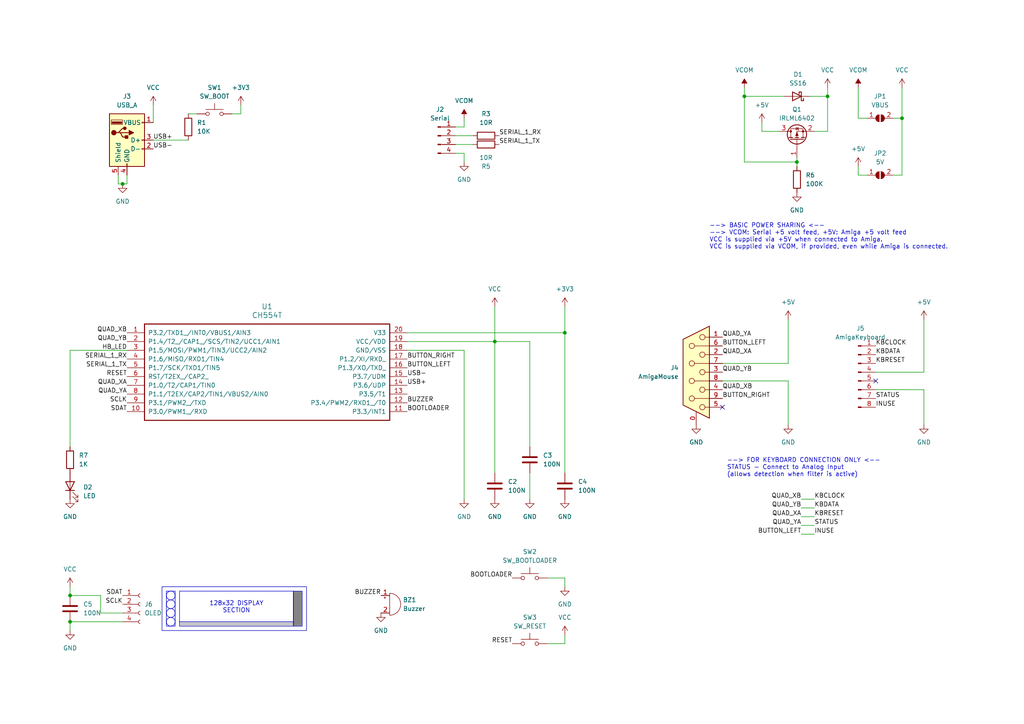
<source format=kicad_sch>
(kicad_sch (version 20230121) (generator eeschema)
  (paper "A4")
  (title_block (title "USB Mouse + Keyboard Adapter For Amiga") (date "2025-10-09") (rev "1"))
  (lib_symbols
    (symbol "Connector:Conn_01x04_Pin" (pin_names (offset 1.016) hide)
      (property "Reference" "J" (at 0 5.08 0))
      (property "Value" "Conn_01x04_Pin" (at 0 -7.62 0))
      (symbol "Conn_01x04_Pin_1_1"
        (polyline (pts (xy 1.27 -5.08) (xy 0.8636 -5.08)) (stroke (width 0.1524)))
        (polyline (pts (xy 1.27 -2.54) (xy 0.8636 -2.54)) (stroke (width 0.1524)))
        (polyline (pts (xy 1.27 0) (xy 0.8636 0)) (stroke (width 0.1524)))
        (polyline (pts (xy 1.27 2.54) (xy 0.8636 2.54)) (stroke (width 0.1524)))
        (rectangle (start 0.8636 -4.953) (end 0 -5.207) (stroke (width 0.1524)) (fill (type outline)))
        (rectangle (start 0.8636 -2.413) (end 0 -2.667) (stroke (width 0.1524)) (fill (type outline)))
        (rectangle (start 0.8636 0.127) (end 0 -0.127) (stroke (width 0.1524)) (fill (type outline)))
        (rectangle (start 0.8636 2.667) (end 0 2.413) (stroke (width 0.1524)) (fill (type outline)))
        (pin passive line (at 5.08 2.54 180) (length 3.81) (name "Pin_1") (number "1"))
        (pin passive line (at 5.08 0 180) (length 3.81) (name "Pin_2") (number "2"))
        (pin passive line (at 5.08 -2.54 180) (length 3.81) (name "Pin_3") (number "3"))
        (pin passive line (at 5.08 -5.08 180) (length 3.81) (name "Pin_4") (number "4"))
      )
    )
    (symbol "Connector:Conn_01x04_Socket" (pin_names (offset 1.016) hide)
      (property "Reference" "J" (at 0 5.08 0))
      (property "Value" "Conn_01x04_Socket" (at 0 -7.62 0))
      (symbol "Conn_01x04_Socket_1_1"
        (arc (start 0 -4.572) (mid -0.5058 -5.08) (end 0 -5.588) (stroke (width 0.1524)))
        (arc (start 0 -2.032) (mid -0.5058 -2.54) (end 0 -3.048) (stroke (width 0.1524)))
        (polyline (pts (xy -1.27 -5.08) (xy -0.508 -5.08)) (stroke (width 0.1524)))
        (polyline (pts (xy -1.27 -2.54) (xy -0.508 -2.54)) (stroke (width 0.1524)))
        (polyline (pts (xy -1.27 0) (xy -0.508 0)) (stroke (width 0.1524)))
        (polyline (pts (xy -1.27 2.54) (xy -0.508 2.54)) (stroke (width 0.1524)))
        (arc (start 0 0.508) (mid -0.5058 0) (end 0 -0.508) (stroke (width 0.1524)))
        (arc (start 0 3.048) (mid -0.5058 2.54) (end 0 2.032) (stroke (width 0.1524)))
        (pin passive line (at -5.08 2.54 0) (length 3.81) (name "Pin_1") (number "1"))
        (pin passive line (at -5.08 0 0) (length 3.81) (name "Pin_2") (number "2"))
        (pin passive line (at -5.08 -2.54 0) (length 3.81) (name "Pin_3") (number "3"))
        (pin passive line (at -5.08 -5.08 0) (length 3.81) (name "Pin_4") (number "4"))
      )
    )
    (symbol "Connector:Conn_01x08_Pin" (pin_names (offset 1.016) hide)
      (property "Reference" "J" (at 0 10.16 0))
      (property "Value" "Conn_01x08_Pin" (at 0 -12.7 0))
      (symbol "Conn_01x08_Pin_1_1"
        (polyline (pts (xy 1.27 -10.16) (xy 0.8636 -10.16)) (stroke (width 0.1524)))
        (polyline (pts (xy 1.27 -7.62) (xy 0.8636 -7.62)) (stroke (width 0.1524)))
        (polyline (pts (xy 1.27 -5.08) (xy 0.8636 -5.08)) (stroke (width 0.1524)))
        (polyline (pts (xy 1.27 -2.54) (xy 0.8636 -2.54)) (stroke (width 0.1524)))
        (polyline (pts (xy 1.27 0) (xy 0.8636 0)) (stroke (width 0.1524)))
        (polyline (pts (xy 1.27 2.54) (xy 0.8636 2.54)) (stroke (width 0.1524)))
        (polyline (pts (xy 1.27 5.08) (xy 0.8636 5.08)) (stroke (width 0.1524)))
        (polyline (pts (xy 1.27 7.62) (xy 0.8636 7.62)) (stroke (width 0.1524)))
        (rectangle (start 0.8636 -10.033) (end 0 -10.287) (stroke (width 0.1524)) (fill (type outline)))
        (rectangle (start 0.8636 -7.493) (end 0 -7.747) (stroke (width 0.1524)) (fill (type outline)))
        (rectangle (start 0.8636 -4.953) (end 0 -5.207) (stroke (width 0.1524)) (fill (type outline)))
        (rectangle (start 0.8636 -2.413) (end 0 -2.667) (stroke (width 0.1524)) (fill (type outline)))
        (rectangle (start 0.8636 0.127) (end 0 -0.127) (stroke (width 0.1524)) (fill (type outline)))
        (rectangle (start 0.8636 2.667) (end 0 2.413) (stroke (width 0.1524)) (fill (type outline)))
        (rectangle (start 0.8636 5.207) (end 0 4.953) (stroke (width 0.1524)) (fill (type outline)))
        (rectangle (start 0.8636 7.747) (end 0 7.493) (stroke (width 0.1524)) (fill (type outline)))
        (pin passive line (at 5.08 7.62 180) (length 3.81) (name "Pin_1") (number "1"))
        (pin passive line (at 5.08 5.08 180) (length 3.81) (name "Pin_2") (number "2"))
        (pin passive line (at 5.08 2.54 180) (length 3.81) (name "Pin_3") (number "3"))
        (pin passive line (at 5.08 0 180) (length 3.81) (name "Pin_4") (number "4"))
        (pin passive line (at 5.08 -2.54 180) (length 3.81) (name "Pin_5") (number "5"))
        (pin passive line (at 5.08 -5.08 180) (length 3.81) (name "Pin_6") (number "6"))
        (pin passive line (at 5.08 -7.62 180) (length 3.81) (name "Pin_7") (number "7"))
        (pin passive line (at 5.08 -10.16 180) (length 3.81) (name "Pin_8") (number "8"))
      )
    )
    (symbol "Connector:DE9_Receptacle_MountingHoles" (pin_names (offset 1.016) hide)
      (property "Reference" "J" (at 0 16.51 0))
      (property "Value" "DE9_Receptacle_MountingHoles" (at 0 14.605 0))
      (symbol "DE9_Receptacle_MountingHoles_0_1"
        (circle (center -1.778 -10.16) (radius 0.762))
        (circle (center -1.778 -5.08) (radius 0.762))
        (circle (center -1.778 0) (radius 0.762))
        (circle (center -1.778 5.08) (radius 0.762))
        (circle (center -1.778 10.16) (radius 0.762))
        (polyline (pts (xy -3.81 -10.16) (xy -2.54 -10.16)))
        (polyline (pts (xy -3.81 -7.62) (xy 0.508 -7.62)))
        (polyline (pts (xy -3.81 -5.08) (xy -2.54 -5.08)))
        (polyline (pts (xy -3.81 -2.54) (xy 0.508 -2.54)))
        (polyline (pts (xy -3.81 0) (xy -2.54 0)))
        (polyline (pts (xy -3.81 2.54) (xy 0.508 2.54)))
        (polyline (pts (xy -3.81 5.08) (xy -2.54 5.08)))
        (polyline (pts (xy -3.81 7.62) (xy 0.508 7.62)))
        (polyline (pts (xy -3.81 10.16) (xy -2.54 10.16)))
        (polyline (pts (xy -3.81 13.335) (xy -3.81 -13.335) (xy 3.81 -9.525) (xy 3.81 9.525) (xy -3.81 13.335)) (stroke (width 0.254)) (fill (type background)))
        (circle (center 1.27 -7.62) (radius 0.762))
        (circle (center 1.27 -2.54) (radius 0.762))
        (circle (center 1.27 2.54) (radius 0.762))
        (circle (center 1.27 7.62) (radius 0.762))
      )
      (symbol "DE9_Receptacle_MountingHoles_1_1"
        (pin passive line (at 0 -15.24 90) (length 3.81) (name "PAD") (number "0"))
        (pin passive line (at -7.62 10.16 0) (length 3.81) (name "1") (number "1"))
        (pin passive line (at -7.62 5.08 0) (length 3.81) (name "2") (number "2"))
        (pin passive line (at -7.62 0 0) (length 3.81) (name "3") (number "3"))
        (pin passive line (at -7.62 -5.08 0) (length 3.81) (name "4") (number "4"))
        (pin passive line (at -7.62 -10.16 0) (length 3.81) (name "5") (number "5"))
        (pin passive line (at -7.62 7.62 0) (length 3.81) (name "6") (number "6"))
        (pin passive line (at -7.62 2.54 0) (length 3.81) (name "7") (number "7"))
        (pin passive line (at -7.62 -2.54 0) (length 3.81) (name "8") (number "8"))
        (pin passive line (at -7.62 -7.62 0) (length 3.81) (name "9") (number "9"))
      )
    )
    (symbol "Connector:USB_A" (pin_names (offset 1.016))
      (property "Reference" "J" (at -5.08 11.43 0))
      (property "Value" "USB_A" (at -5.08 8.89 0))
      (symbol "USB_A_0_1"
        (rectangle (start -5.08 -7.62) (end 5.08 7.62) (stroke (width 0.254)) (fill (type background)))
        (circle (center -3.81 2.159) (radius 0.635) (stroke (width 0.254)) (fill (type outline)))
        (rectangle (start -1.524 4.826) (end -4.318 5.334) (fill (type outline)))
        (rectangle (start -1.27 4.572) (end -4.572 5.842))
        (circle (center -0.635 3.429) (radius 0.381) (stroke (width 0.254)) (fill (type outline)))
        (rectangle (start -0.127 -7.62) (end 0.127 -6.858))
        (polyline (pts (xy -3.175 2.159) (xy -2.54 2.159) (xy -1.27 3.429) (xy -0.635 3.429)) (stroke (width 0.254)))
        (polyline (pts (xy -2.54 2.159) (xy -1.905 2.159) (xy -1.27 0.889) (xy 0 0.889)) (stroke (width 0.254)))
        (polyline (pts (xy 0.635 2.794) (xy 0.635 1.524) (xy 1.905 2.159) (xy 0.635 2.794)) (stroke (width 0.254)) (fill (type outline)))
        (rectangle (start 0.254 1.27) (end -0.508 0.508) (stroke (width 0.254)) (fill (type outline)))
        (rectangle (start 5.08 -2.667) (end 4.318 -2.413))
        (rectangle (start 5.08 -0.127) (end 4.318 0.127))
        (rectangle (start 5.08 4.953) (end 4.318 5.207))
      )
      (symbol "USB_A_1_1"
        (polyline (pts (xy -1.905 2.159) (xy 0.635 2.159)) (stroke (width 0.254)))
        (pin power_in line (at 7.62 5.08 180) (length 2.54) (name "VBUS") (number "1"))
        (pin bidirectional line (at 7.62 -2.54 180) (length 2.54) (name "D-") (number "2"))
        (pin bidirectional line (at 7.62 0 180) (length 2.54) (name "D+") (number "3"))
        (pin power_in line (at 0 -10.16 90) (length 2.54) (name "GND") (number "4"))
        (pin passive line (at -2.54 -10.16 90) (length 2.54) (name "Shield") (number "5"))
      )
    )
    (symbol "Device:Buzzer" (pin_names (offset 0.0254) hide)
      (property "Reference" "BZ" (at 3.81 1.27 0))
      (property "Value" "Buzzer" (at 3.81 -1.27 0))
      (symbol "Buzzer_0_1"
        (arc (start 0 -3.175) (mid 3.1612 0) (end 0 3.175))
        (polyline (pts (xy -1.651 1.905) (xy -1.143 1.905)))
        (polyline (pts (xy -1.397 2.159) (xy -1.397 1.651)))
        (polyline (pts (xy 0 3.175) (xy 0 -3.175)))
      )
      (symbol "Buzzer_1_1"
        (pin passive line (at -2.54 2.54 0) (length 2.54) (name "-") (number "1"))
        (pin passive line (at -2.54 -2.54 0) (length 2.54) (name "+") (number "2"))
      )
    )
    (symbol "Device:C" (pin_numbers hide) (pin_names (offset 0.254))
      (property "Reference" "C" (at 0.635 2.54 0))
      (property "Value" "C" (at 0.635 -2.54 0))
      (symbol "C_0_1"
        (polyline (pts (xy -2.032 -0.762) (xy 2.032 -0.762)) (stroke (width 0.508)))
        (polyline (pts (xy -2.032 0.762) (xy 2.032 0.762)) (stroke (width 0.508)))
      )
      (symbol "C_1_1"
        (pin passive line (at 0 3.81 270) (length 2.794) (name "~") (number "1"))
        (pin passive line (at 0 -3.81 90) (length 2.794) (name "~") (number "2"))
      )
    )
    (symbol "Device:D_Schottky" (pin_numbers hide) (pin_names (offset 1.016) hide)
      (property "Reference" "D" (at 0 2.54 0))
      (property "Value" "D_Schottky" (at 0 -2.54 0))
      (symbol "D_Schottky_0_1"
        (polyline (pts (xy 1.27 0) (xy -1.27 0)))
        (polyline (pts (xy 1.27 1.27) (xy 1.27 -1.27) (xy -1.27 0) (xy 1.27 1.27)) (stroke (width 0.254)))
        (polyline (pts (xy -1.905 0.635) (xy -1.905 1.27) (xy -1.27 1.27) (xy -1.27 -1.27) (xy -0.635 -1.27) (xy -0.635 -0.635)) (stroke (width 0.254)))
      )
      (symbol "D_Schottky_1_1"
        (pin passive line (at -3.81 0 0) (length 2.54) (name "K") (number "1"))
        (pin passive line (at 3.81 0 180) (length 2.54) (name "A") (number "2"))
      )
    )
    (symbol "Device:LED" (pin_numbers hide) (pin_names (offset 1.016) hide)
      (property "Reference" "D" (at 0 2.54 0))
      (property "Value" "LED" (at 0 -2.54 0))
      (symbol "LED_0_1"
        (polyline (pts (xy -1.27 -1.27) (xy -1.27 1.27)) (stroke (width 0.254)))
        (polyline (pts (xy -1.27 0) (xy 1.27 0)))
        (polyline (pts (xy 1.27 -1.27) (xy 1.27 1.27) (xy -1.27 0) (xy 1.27 -1.27)) (stroke (width 0.254)))
        (polyline (pts (xy -3.048 -0.762) (xy -4.572 -2.286) (xy -3.81 -2.286) (xy -4.572 -2.286) (xy -4.572 -1.524)))
        (polyline (pts (xy -1.778 -0.762) (xy -3.302 -2.286) (xy -2.54 -2.286) (xy -3.302 -2.286) (xy -3.302 -1.524)))
      )
      (symbol "LED_1_1"
        (pin passive line (at -3.81 0 0) (length 2.54) (name "K") (number "1"))
        (pin passive line (at 3.81 0 180) (length 2.54) (name "A") (number "2"))
      )
    )
    (symbol "Device:R" (pin_numbers hide) (pin_names (offset 0))
      (property "Reference" "R" (at 2.032 0 90))
      (property "Value" "R" (at 0 0 90))
      (symbol "R_0_1"
        (rectangle (start -1.016 -2.54) (end 1.016 2.54) (stroke (width 0.254)))
      )
      (symbol "R_1_1"
        (pin passive line (at 0 3.81 270) (length 1.27) (name "~") (number "1"))
        (pin passive line (at 0 -3.81 90) (length 1.27) (name "~") (number "2"))
      )
    )
    (symbol "Jumper:SolderJumper_2_Open" (pin_names (offset 0) hide)
      (property "Reference" "JP" (at 0 2.032 0))
      (property "Value" "SolderJumper_2_Open" (at 0 -2.54 0))
      (symbol "SolderJumper_2_Open_0_1"
        (arc (start -0.254 1.016) (mid -1.2656 0) (end -0.254 -1.016))
        (arc (start -0.254 1.016) (mid -1.2656 0) (end -0.254 -1.016) (fill (type outline)))
        (polyline (pts (xy -0.254 1.016) (xy -0.254 -1.016)))
        (polyline (pts (xy 0.254 1.016) (xy 0.254 -1.016)))
        (arc (start 0.254 -1.016) (mid 1.2656 0) (end 0.254 1.016))
        (arc (start 0.254 -1.016) (mid 1.2656 0) (end 0.254 1.016) (fill (type outline)))
      )
      (symbol "SolderJumper_2_Open_1_1"
        (pin passive line (at -3.81 0 0) (length 2.54) (name "A") (number "1"))
        (pin passive line (at 3.81 0 180) (length 2.54) (name "B") (number "2"))
      )
    )
    (symbol "Switch:SW_Push" (pin_numbers hide) (pin_names (offset 1.016) hide)
      (property "Reference" "SW" (at 1.27 2.54 0))
      (property "Value" "SW_Push" (at 0 -1.524 0))
      (symbol "SW_Push_0_1"
        (circle (center -2.032 0) (radius 0.508))
        (polyline (pts (xy 0 1.27) (xy 0 3.048)))
        (polyline (pts (xy 2.54 1.27) (xy -2.54 1.27)))
        (circle (center 2.032 0) (radius 0.508))
        (pin passive line (at -5.08 0 0) (length 2.54) (name "1") (number "1"))
        (pin passive line (at 5.08 0 180) (length 2.54) (name "2") (number "2"))
      )
    )
    (symbol "Transistor_FET:IRLML6402" (pin_names hide)
      (property "Reference" "Q" (at 5.08 1.905 0))
      (property "Value" "IRLML6402" (at 5.08 0 0))
      (symbol "IRLML6402_0_1"
        (polyline (pts (xy 0.254 0) (xy -2.54 0)))
        (polyline (pts (xy 0.254 1.905) (xy 0.254 -1.905)) (stroke (width 0.254)))
        (polyline (pts (xy 0.762 -1.27) (xy 0.762 -2.286)) (stroke (width 0.254)))
        (polyline (pts (xy 0.762 0.508) (xy 0.762 -0.508)) (stroke (width 0.254)))
        (polyline (pts (xy 0.762 2.286) (xy 0.762 1.27)) (stroke (width 0.254)))
        (polyline (pts (xy 2.54 2.54) (xy 2.54 1.778)))
        (polyline (pts (xy 2.54 -2.54) (xy 2.54 0) (xy 0.762 0)))
        (polyline (pts (xy 0.762 1.778) (xy 3.302 1.778) (xy 3.302 -1.778) (xy 0.762 -1.778)))
        (polyline (pts (xy 2.286 0) (xy 1.27 0.381) (xy 1.27 -0.381) (xy 2.286 0)) (fill (type outline)))
        (polyline (pts (xy 2.794 -0.508) (xy 2.921 -0.381) (xy 3.683 -0.381) (xy 3.81 -0.254)))
        (polyline (pts (xy 3.302 -0.381) (xy 2.921 0.254) (xy 3.683 0.254) (xy 3.302 -0.381)))
        (circle (center 1.651 0) (radius 2.794) (stroke (width 0.254)))
        (circle (center 2.54 -1.778) (radius 0.254) (fill (type outline)))
        (circle (center 2.54 1.778) (radius 0.254) (fill (type outline)))
      )
      (symbol "IRLML6402_1_1"
        (pin input line (at -5.08 0 0) (length 2.54) (name "G") (number "1"))
        (pin passive line (at 2.54 -5.08 90) (length 2.54) (name "S") (number "2"))
        (pin passive line (at 2.54 5.08 270) (length 2.54) (name "D") (number "3"))
      )
    )
    (symbol "power:+3V3" (power) (pin_names (offset 0))
      (property "Value" "+3V3" (at 0 3.556 0))
      (symbol "+3V3_0_1"
        (polyline (pts (xy -0.762 1.27) (xy 0 2.54)))
        (polyline (pts (xy 0 0) (xy 0 2.54)))
        (polyline (pts (xy 0 2.54) (xy 0.762 1.27)))
      )
      (symbol "+3V3_1_1"
        (pin power_in line (at 0 0 90) (length 0) hide (name "+3V3") (number "1"))
      )
    )
    (symbol "power:+5V" (power) (pin_names (offset 0))
      (property "Value" "+5V" (at 0 3.556 0))
      (symbol "+5V_0_1"
        (polyline (pts (xy -0.762 1.27) (xy 0 2.54)))
        (polyline (pts (xy 0 0) (xy 0 2.54)))
        (polyline (pts (xy 0 2.54) (xy 0.762 1.27)))
      )
      (symbol "+5V_1_1"
        (pin power_in line (at 0 0 90) (length 0) hide (name "+5V") (number "1"))
      )
    )
    (symbol "power:GND" (power) (pin_names (offset 0))
      (property "Value" "GND" (at 0 -3.81 0))
      (symbol "GND_0_1"
        (polyline (pts (xy 0 0) (xy 0 -1.27) (xy 1.27 -1.27) (xy 0 -2.54) (xy -1.27 -1.27) (xy 0 -1.27)))
      )
      (symbol "GND_1_1"
        (pin power_in line (at 0 0 270) (length 0) hide (name "GND") (number "1"))
      )
    )
    (symbol "power:VCC" (power) (pin_names (offset 0))
      (property "Value" "VCC" (at 0 3.81 0))
      (symbol "VCC_0_1"
        (polyline (pts (xy -0.762 1.27) (xy 0 2.54)))
        (polyline (pts (xy 0 0) (xy 0 2.54)))
        (polyline (pts (xy 0 2.54) (xy 0.762 1.27)))
      )
      (symbol "VCC_1_1"
        (pin power_in line (at 0 0 90) (length 0) hide (name "VCC") (number "1"))
      )
    )
    (symbol "power:VCOM" (power) (pin_names (offset 0))
      (property "Value" "VCOM" (at 0 3.81 0))
      (symbol "VCOM_0_1"
        (polyline (pts (xy 0 0) (xy 0 2.54)))
        (polyline (pts (xy 0.762 1.27) (xy -0.762 1.27) (xy 0 2.54) (xy 0.762 1.27)) (fill (type outline)))
      )
      (symbol "VCOM_1_1"
        (pin power_in line (at 0 0 90) (length 0) hide (name "VCOM") (number "1"))
      )
    )
    (symbol "wch:CH554T" (pin_names (offset 1.016))
      (property "Reference" "U" (at 5.08 6.35 0))
      (property "Value" "CH554T" (at 5.08 3.81 0))
      (symbol "CH554T_1_1"
        (rectangle (start 5.08 2.54) (end 76.2 -25.4) (stroke (width 0.3048)))
        (pin bidirectional line (at 0 0 0) (length 5.08) (name "P3.2/TXD1_/INT0/VBUS1/AIN3") (number "1"))
        (pin bidirectional line (at 0 -22.86 0) (length 5.08) (name "P3.0/PWM1_/RXD") (number "10"))
        (pin bidirectional line (at 81.28 -22.86 180) (length 5.08) (name "P3.3/INT1") (number "11"))
        (pin bidirectional line (at 81.28 -20.32 180) (length 5.08) (name "P3.4/PWM2/RXD1_/T0") (number "12"))
        (pin bidirectional line (at 81.28 -17.78 180) (length 5.08) (name "P3.5/T1") (number "13"))
        (pin bidirectional line (at 81.28 -15.24 180) (length 5.08) (name "P3.6/UDP") (number "14"))
        (pin bidirectional line (at 81.28 -12.7 180) (length 5.08) (name "P3.7/UDM") (number "15"))
        (pin bidirectional line (at 81.28 -10.16 180) (length 5.08) (name "P1.3/XO/TXD_") (number "16"))
        (pin bidirectional line (at 81.28 -7.62 180) (length 5.08) (name "P1.2/XI/RXD_") (number "17"))
        (pin power_in line (at 81.28 -5.08 180) (length 5.08) (name "GND/VSS") (number "18"))
        (pin power_in line (at 81.28 -2.54 180) (length 5.08) (name "VCC/VDD") (number "19"))
        (pin bidirectional line (at 0 -2.54 0) (length 5.08) (name "P1.4/T2_/CAP1_/SCS/TIN2/UCC1/AIN1") (number "2"))
        (pin power_in line (at 81.28 0 180) (length 5.08) (name "V33") (number "20"))
        (pin bidirectional line (at 0 -5.08 0) (length 5.08) (name "P1.5/MOSI/PWM1/TIN3/UCC2/AIN2") (number "3"))
        (pin bidirectional line (at 0 -7.62 0) (length 5.08) (name "P1.6/MISO/RXD1/TIN4") (number "4"))
        (pin bidirectional line (at 0 -10.16 0) (length 5.08) (name "P1.7/SCK/TXD1/TIN5") (number "5"))
        (pin bidirectional line (at 0 -12.7 0) (length 5.08) (name "RST/T2EX_/CAP2_") (number "6"))
        (pin bidirectional line (at 0 -15.24 0) (length 5.08) (name "P1.0/T2/CAP1/TIN0") (number "7"))
        (pin bidirectional line (at 0 -17.78 0) (length 5.08) (name "P1.1/T2EX/CAP2/TIN1/VBUS2/AIN0") (number "8"))
        (pin bidirectional line (at 0 -20.32 0) (length 5.08) (name "P3.1/PWM2_/TXD") (number "9"))
      )
    )
  )
  (junction (at 20.32 172.72))
  (junction (at 231.14 46.99))
  (junction (at 215.9 27.94))
  (junction (at 163.83 96.52))
  (junction (at 20.32 180.34))
  (junction (at 261.62 34.29))
  (junction (at 35.56 53.34))
  (junction (at 240.03 27.94))
  (junction (at 143.51 99.06))
  (no_connect (at 209.55 118.11))
  (no_connect (at 254 110.49))
  (wire (pts (xy 163.83 167.64) (xy 163.83 170.18)))
  (wire (pts (xy 220.98 38.1) (xy 226.06 38.1)))
  (wire (pts (xy 36.83 53.34) (xy 36.83 50.8)))
  (wire (pts (xy 153.67 99.06) (xy 143.51 99.06)))
  (wire (pts (xy 232.41 152.4) (xy 236.22 152.4)))
  (wire (pts (xy 251.46 34.29) (xy 248.92 34.29)))
  (wire (pts (xy 34.29 50.8) (xy 34.29 53.34)))
  (wire (pts (xy 153.67 137.16) (xy 153.67 144.78)))
  (wire (pts (xy 132.08 36.83) (xy 134.62 36.83)))
  (wire (pts (xy 118.11 101.6) (xy 134.62 101.6)))
  (wire (pts (xy 20.32 170.18) (xy 20.32 172.72)))
  (wire (pts (xy 20.32 180.34) (xy 20.32 182.88)))
  (wire (pts (xy 209.55 105.41) (xy 228.6 105.41)))
  (wire (pts (xy 267.97 107.95) (xy 254 107.95)))
  (wire (pts (xy 20.32 101.6) (xy 36.83 101.6)))
  (wire (pts (xy 251.46 50.8) (xy 248.92 50.8)))
  (wire (pts (xy 118.11 96.52) (xy 163.83 96.52)))
  (wire (pts (xy 132.08 41.91) (xy 137.16 41.91)))
  (wire (pts (xy 248.92 50.8) (xy 248.92 48.26)))
  (wire (pts (xy 228.6 92.71) (xy 228.6 105.41)))
  (wire (pts (xy 134.62 144.78) (xy 134.62 101.6)))
  (wire (pts (xy 163.83 137.16) (xy 163.83 96.52)))
  (wire (pts (xy 240.03 27.94) (xy 240.03 25.4)))
  (wire (pts (xy 29.21 177.8) (xy 29.21 172.72)))
  (wire (pts (xy 215.9 46.99) (xy 215.9 27.94)))
  (wire (pts (xy 215.9 27.94) (xy 227.33 27.94)))
  (wire (pts (xy 35.56 177.8) (xy 29.21 177.8)))
  (wire (pts (xy 69.85 33.02) (xy 69.85 30.48)))
  (wire (pts (xy 35.56 53.34) (xy 36.83 53.34)))
  (wire (pts (xy 163.83 186.69) (xy 163.83 184.15)))
  (wire (pts (xy 267.97 123.19) (xy 267.97 113.03)))
  (wire (pts (xy 134.62 44.45) (xy 134.62 46.99)))
  (wire (pts (xy 232.41 144.78) (xy 236.22 144.78)))
  (wire (pts (xy 158.75 167.64) (xy 163.83 167.64)))
  (wire (pts (xy 232.41 149.86) (xy 236.22 149.86)))
  (wire (pts (xy 132.08 44.45) (xy 134.62 44.45)))
  (wire (pts (xy 20.32 180.34) (xy 35.56 180.34)))
  (wire (pts (xy 34.29 53.34) (xy 35.56 53.34)))
  (wire (pts (xy 209.55 110.49) (xy 228.6 110.49)))
  (wire (pts (xy 143.51 137.16) (xy 143.51 99.06)))
  (wire (pts (xy 153.67 99.06) (xy 153.67 129.54)))
  (wire (pts (xy 267.97 113.03) (xy 254 113.03)))
  (wire (pts (xy 215.9 25.4) (xy 215.9 27.94)))
  (wire (pts (xy 267.97 92.71) (xy 267.97 107.95)))
  (wire (pts (xy 259.08 50.8) (xy 261.62 50.8)))
  (wire (pts (xy 143.51 88.9) (xy 143.51 99.06)))
  (wire (pts (xy 134.62 36.83) (xy 134.62 34.29)))
  (wire (pts (xy 44.45 40.64) (xy 54.61 40.64)))
  (wire (pts (xy 234.95 27.94) (xy 240.03 27.94)))
  (wire (pts (xy 220.98 35.56) (xy 220.98 38.1)))
  (wire (pts (xy 261.62 34.29) (xy 261.62 25.4)))
  (wire (pts (xy 232.41 154.94) (xy 236.22 154.94)))
  (wire (pts (xy 240.03 38.1) (xy 240.03 27.94)))
  (wire (pts (xy 236.22 38.1) (xy 240.03 38.1)))
  (wire (pts (xy 29.21 172.72) (xy 20.32 172.72)))
  (wire (pts (xy 231.14 45.72) (xy 231.14 46.99)))
  (wire (pts (xy 20.32 129.54) (xy 20.32 101.6)))
  (wire (pts (xy 54.61 33.02) (xy 57.15 33.02)))
  (wire (pts (xy 232.41 147.32) (xy 236.22 147.32)))
  (wire (pts (xy 231.14 46.99) (xy 215.9 46.99)))
  (wire (pts (xy 44.45 30.48) (xy 44.45 35.56)))
  (wire (pts (xy 158.75 186.69) (xy 163.83 186.69)))
  (wire (pts (xy 259.08 34.29) (xy 261.62 34.29)))
  (wire (pts (xy 228.6 110.49) (xy 228.6 123.19)))
  (wire (pts (xy 231.14 46.99) (xy 231.14 48.26)))
  (wire (pts (xy 67.31 33.02) (xy 69.85 33.02)))
  (wire (pts (xy 261.62 50.8) (xy 261.62 34.29)))
  (wire (pts (xy 248.92 34.29) (xy 248.92 25.4)))
  (wire (pts (xy 163.83 88.9) (xy 163.83 96.52)))
  (wire (pts (xy 132.08 39.37) (xy 137.16 39.37)))
  (wire (pts (xy 118.11 99.06) (xy 143.51 99.06)))
  (rectangle (start 46.99 170.18) (end 88.9 182.88))
  (circle (center 49.53 177.8) (radius 1.27))
  (circle (center 49.53 175.26) (radius 1.27))
  (circle (center 49.53 180.34) (radius 1.27))
  (rectangle (start 85.09 171.45) (end 87.63 181.61) (fill (type color) (color 132 132 132 1)))
  (rectangle (start 48.26 171.45) (end 50.8 181.61))
  (circle (center 49.53 172.72) (radius 1.27))
  (rectangle (start 52.07 180.34) (end 85.09 181.61) (fill (type color) (color 194 194 194 1)))
  (text_box "128x32 DISPLAY\nSECTION" (at 52.07 171.45 0) (size 33.02 8.89) (effects (font (size 1.27 1.27))))
  (text "--> BASIC POWER SHARING <--\n--> VCOM: Serial +5 volt feed, +5V: Amiga +5 volt feed\nVCC is supplied via +5V when connected to Amiga.\nVCC is supplied via VCOM, if provided, even while Amiga is connected." (at 205.74 72.39 0) (effects (font (size 1.27 1.27)) (justify left bottom)))
  (text "--> FOR KEYBOARD CONNECTION ONLY <--\nSTATUS - Connect to Analog Input\n(allows detection when filter is active)" (at 210.82 138.43 0) (effects (font (size 1.27 1.27)) (justify left bottom)))
  (label "QUAD_YA" (at 232.41 152.4 180))
  (label "USB-" (at 44.45 43.18 0))
  (label "KBDATA" (at 254 102.87 0))
  (label "USB+" (at 44.45 40.64 0))
  (label "QUAD_YA" (at 36.83 114.3 180))
  (label "QUAD_YA" (at 209.55 97.79 0))
  (label "SCLK" (at 36.83 116.84 180))
  (label "INUSE" (at 236.22 154.94 0))
  (label "BOOTLOADER" (at 148.59 167.64 180))
  (label "SERIAL_1_RX" (at 144.78 39.37 0))
  (label "QUAD_XB" (at 209.55 113.03 0))
  (label "QUAD_YB" (at 36.83 99.06 180))
  (label "BUZZER" (at 118.11 116.84 0))
  (label "SERIAL_1_TX" (at 36.83 106.68 180))
  (label "QUAD_YB" (at 232.41 147.32 180))
  (label "SCLK" (at 35.56 175.26 180))
  (label "SDAT" (at 35.56 172.72 180))
  (label "QUAD_XB" (at 232.41 144.78 180))
  (label "BUZZER" (at 110.49 172.72 180))
  (label "KBCLOCK" (at 254 100.33 0))
  (label "STATUS" (at 236.22 152.4 0))
  (label "SERIAL_1_RX" (at 36.83 104.14 180))
  (label "RESET" (at 36.83 109.22 180))
  (label "BOOTLOADER" (at 118.11 119.38 0))
  (label "KBDATA" (at 236.22 147.32 0))
  (label "BUTTON_LEFT" (at 232.41 154.94 180))
  (label "STATUS" (at 254 115.57 0))
  (label "HB_LED" (at 36.83 101.6 180))
  (label "KBRESET" (at 236.22 149.86 0))
  (label "USB-" (at 118.11 109.22 0))
  (label "BUTTON_RIGHT" (at 209.55 115.57 0))
  (label "RESET" (at 148.59 186.69 180))
  (label "QUAD_XA" (at 36.83 111.76 180))
  (label "KBRESET" (at 254 105.41 0))
  (label "SERIAL_1_TX" (at 144.78 41.91 0))
  (label "USB+" (at 118.11 111.76 0))
  (label "BUTTON_RIGHT" (at 118.11 104.14 0))
  (label "KBCLOCK" (at 236.22 144.78 0))
  (label "QUAD_XA" (at 209.55 102.87 0))
  (label "BUTTON_LEFT" (at 209.55 100.33 0))
  (label "QUAD_XA" (at 232.41 149.86 180))
  (label "SDAT" (at 36.83 119.38 180))
  (label "QUAD_XB" (at 36.83 96.52 180))
  (label "INUSE" (at 254 118.11 0))
  (label "BUTTON_LEFT" (at 118.11 106.68 0))
  (label "QUAD_YB" (at 209.55 107.95 0))
  (symbol (lib_id "Connector:Conn_01x04_Pin") (at 127 39.37 0) (unit 1)
    (property "Reference" "J2" (at 127.635 31.75 0))
    (property "Value" "Serial" (at 127.635 34.29 0))
    (property "Footprint" "Connector_PinHeader_2.54mm:PinHeader_1x04_P2.54mm_Vertical" (effects hide))
  )
  (symbol (lib_id "Connector:DE9_Receptacle_MountingHoles") (at 201.93 107.95 0) (mirror y) (unit 1)
    (property "Reference" "J4" (at 196.85 106.68 0) (effects (justify left)))
    (property "Value" "AmigaMouse" (at 196.85 109.22 0) (effects (justify left)))
    (property "Footprint" "Connector_Dsub:DSUB-9_Female_EdgeMount_P2.77mm" (effects hide))
    (property "Datasheet" " ~" (effects hide))
  )
  (symbol (lib_id "Device:LED") (at 20.32 140.97 90) (unit 1)
    (property "Reference" "D2" (at 24.13 141.2875 90) (effects (justify right)))
    (property "Value" "LED" (at 24.13 143.8275 90) (effects (justify right)))
    (property "Footprint" "LED_SMD:LED_0805_2012Metric_Pad1.15x1.40mm_HandSolder" (effects hide))
  )
  (symbol (lib_id "power:VCOM") (at 248.92 25.4 0) (unit 1)
    (property "Reference" "#PWR01" (effects hide))
    (property "Value" "VCOM" (at 248.92 20.32 0))
  )
  (symbol (lib_id "Jumper:SolderJumper_2_Open") (at 255.27 34.29 0) (unit 1)
    (property "Reference" "JP1" (at 255.27 27.94 0))
    (property "Value" "VBUS" (at 255.27 30.48 0))
    (property "Footprint" "Jumper:SolderJumper-2_P1.3mm_Open_RoundedPad1.0x1.5mm" (effects hide))
  )
  (symbol (lib_id "power:GND") (at 163.83 170.18 0) (unit 1)
    (property "Reference" "#PWR028" (effects hide))
    (property "Value" "GND" (at 163.83 175.26 0))
  )
  (symbol (lib_id "power:+3V3") (at 69.85 30.48 0) (unit 1)
    (property "Reference" "#PWR06" (effects hide))
    (property "Value" "+3V3" (at 69.85 25.4 0))
  )
  (symbol (lib_id "Device:C") (at 143.51 140.97 0) (unit 1)
    (property "Reference" "C2" (at 147.32 139.7 0) (effects (justify left)))
    (property "Value" "100N" (at 147.32 142.24 0) (effects (justify left)))
    (property "Footprint" "Capacitor_SMD:C_0805_2012Metric_Pad1.18x1.45mm_HandSolder" (effects hide))
  )
  (symbol (lib_id "power:GND") (at 20.32 182.88 0) (unit 1)
    (property "Reference" "#PWR030" (effects hide))
    (property "Value" "GND" (at 20.32 187.96 0))
  )
  (symbol (lib_id "power:+5V") (at 267.97 92.71 0) (unit 1)
    (property "Reference" "#PWR018" (effects hide))
    (property "Value" "+5V" (at 267.97 87.63 0))
  )
  (symbol (lib_id "power:VCC") (at 261.62 25.4 0) (unit 1)
    (property "Reference" "#PWR04" (effects hide))
    (property "Value" "VCC" (at 261.62 20.32 0))
  )
  (symbol (lib_id "Connector:USB_A") (at 36.83 40.64 0) (unit 1)
    (property "Reference" "J3" (at 36.83 27.94 0))
    (property "Value" "USB_A" (at 36.83 30.48 0))
    (property "Footprint" "Connector_USB:USB_A_Molex_67643_Horizontal" (effects hide))
    (property "Datasheet" " ~" (effects hide))
  )
  (symbol (lib_id "power:GND") (at 201.93 123.19 0) (unit 1)
    (property "Reference" "#PWR019" (effects hide))
    (property "Value" "GND" (at 201.93 128.27 0))
  )
  (symbol (lib_id "Device:R") (at 20.32 133.35 0) (unit 1)
    (property "Reference" "R7" (at 22.86 132.08 0) (effects (justify left)))
    (property "Value" "1K" (at 22.86 134.62 0) (effects (justify left)))
    (property "Footprint" "Resistor_SMD:R_0805_2012Metric_Pad1.20x1.40mm_HandSolder" (effects hide))
  )
  (symbol (lib_id "Device:D_Schottky") (at 231.14 27.94 180) (unit 1)
    (property "Reference" "D1" (at 231.4575 21.59 0))
    (property "Value" "SS16" (at 231.4575 24.13 0))
    (property "Footprint" "Diode_SMD:D_SMA" (effects hide))
  )
  (symbol (lib_id "Transistor_FET:IRLML6402") (at 231.14 40.64 90) (unit 1)
    (property "Reference" "Q1" (at 231.14 31.75 90))
    (property "Value" "IRLML6402" (at 231.14 34.29 90))
    (property "Footprint" "Package_TO_SOT_SMD:SOT-23" (effects hide))
    (property "Datasheet" "https://www.infineon.com/dgdl/irlml6402pbf.pdf?fileId=5546d462533600a401535668d5c2263c" (effects hide))
  )
  (symbol (lib_id "Device:C") (at 153.67 133.35 0) (unit 1)
    (property "Reference" "C3" (at 157.48 132.08 0) (effects (justify left)))
    (property "Value" "100N" (at 157.48 134.62 0) (effects (justify left)))
    (property "Footprint" "Capacitor_SMD:C_0805_2012Metric_Pad1.18x1.45mm_HandSolder" (effects hide))
  )
  (symbol (lib_id "Device:R") (at 140.97 39.37 270) (unit 1)
    (property "Reference" "R3" (at 140.97 33.02 90))
    (property "Value" "10R" (at 140.97 35.56 90))
    (property "Footprint" "Resistor_SMD:R_0805_2012Metric_Pad1.20x1.40mm_HandSolder" (effects hide))
  )
  (symbol (lib_id "power:+5V") (at 228.6 92.71 0) (unit 1)
    (property "Reference" "#PWR017" (effects hide))
    (property "Value" "+5V" (at 228.6 87.63 0))
  )
  (symbol (lib_id "Switch:SW_Push") (at 62.23 33.02 0) (unit 1)
    (property "Reference" "SW1" (at 62.23 25.4 0))
    (property "Value" "SW_BOOT" (at 62.23 27.94 0))
    (property "Footprint" "Button_Switch_SMD:SW_DIP_SPSTx01_Slide_Copal_CHS-01B_W7.62mm_P1.27mm" (effects hide))
  )
  (symbol (lib_id "Switch:SW_Push") (at 153.67 186.69 0) (unit 1)
    (property "Reference" "SW3" (at 153.67 179.07 0))
    (property "Value" "SW_RESET" (at 153.67 181.61 0))
    (property "Footprint" "Button_Switch_SMD:SW_DIP_SPSTx01_Slide_Copal_CHS-01B_W7.62mm_P1.27mm" (effects hide))
  )
  (symbol (lib_id "power:GND") (at 134.62 46.99 0) (unit 1)
    (property "Reference" "#PWR011" (effects hide))
    (property "Value" "GND" (at 134.62 52.07 0))
  )
  (symbol (lib_id "power:GND") (at 35.56 53.34 0) (unit 1)
    (property "Reference" "#PWR013" (effects hide))
    (property "Value" "GND" (at 35.56 58.42 0))
  )
  (symbol (lib_id "power:VCC") (at 143.51 88.9 0) (unit 1)
    (property "Reference" "#PWR015" (effects hide))
    (property "Value" "VCC" (at 143.51 83.82 0))
  )
  (symbol (lib_id "power:GND") (at 153.67 144.78 0) (unit 1)
    (property "Reference" "#PWR025" (effects hide))
    (property "Value" "GND" (at 153.67 149.86 0))
  )
  (symbol (lib_id "power:VCC") (at 20.32 170.18 0) (unit 1)
    (property "Reference" "#PWR027" (effects hide))
    (property "Value" "VCC" (at 20.32 165.1 0))
  )
  (symbol (lib_id "Connector:Conn_01x04_Socket") (at 40.64 175.26 0) (unit 1)
    (property "Reference" "J6" (at 41.91 175.26 0) (effects (justify left)))
    (property "Value" "OLED" (at 41.91 177.8 0) (effects (justify left)))
    (property "Footprint" "Connector_PinSocket_2.54mm:PinSocket_1x04_P2.54mm_Vertical" (effects hide))
  )
  (symbol (lib_id "Device:R") (at 231.14 52.07 0) (unit 1)
    (property "Reference" "R6" (at 233.68 50.8 0) (effects (justify left)))
    (property "Value" "100K" (at 233.68 53.34 0) (effects (justify left)))
    (property "Footprint" "Resistor_SMD:R_0805_2012Metric_Pad1.20x1.40mm_HandSolder" (effects hide))
  )
  (symbol (lib_id "power:GND") (at 228.6 123.19 0) (unit 1)
    (property "Reference" "#PWR020" (effects hide))
    (property "Value" "GND" (at 228.6 128.27 0))
  )
  (symbol (lib_id "Device:C") (at 20.32 176.53 0) (unit 1)
    (property "Reference" "C5" (at 24.13 175.26 0) (effects (justify left)))
    (property "Value" "100N" (at 24.13 177.8 0) (effects (justify left)))
    (property "Footprint" "Capacitor_SMD:C_0805_2012Metric_Pad1.18x1.45mm_HandSolder" (effects hide))
  )
  (symbol (lib_id "power:GND") (at 267.97 123.19 0) (unit 1)
    (property "Reference" "#PWR021" (effects hide))
    (property "Value" "GND" (at 267.97 128.27 0))
  )
  (symbol (lib_id "Switch:SW_Push") (at 153.67 167.64 0) (mirror y) (unit 1)
    (property "Reference" "SW2" (at 153.67 160.02 0))
    (property "Value" "SW_BOOTLOADER" (at 153.67 162.56 0))
    (property "Footprint" "Button_Switch_SMD:SW_DIP_SPSTx01_Slide_Copal_CHS-01B_W7.62mm_P1.27mm" (effects hide))
  )
  (symbol (lib_id "power:GND") (at 110.49 177.8 0) (unit 1)
    (property "Reference" "#PWR029" (effects hide))
    (property "Value" "GND" (at 110.49 182.88 0))
  )
  (symbol (lib_id "Device:Buzzer") (at 113.03 175.26 0) (unit 1)
    (property "Reference" "BZ1" (at 116.84 173.99 0) (effects (justify left)))
    (property "Value" "Buzzer" (at 116.84 176.53 0) (effects (justify left)))
    (property "Footprint" "Buzzer_Beeper:Buzzer_15x7.5RM7.6" (effects hide))
  )
  (symbol (lib_id "Device:C") (at 163.83 140.97 0) (unit 1)
    (property "Reference" "C4" (at 167.64 139.7 0) (effects (justify left)))
    (property "Value" "100N" (at 167.64 142.24 0) (effects (justify left)))
    (property "Footprint" "Capacitor_SMD:C_0805_2012Metric_Pad1.18x1.45mm_HandSolder" (effects hide))
  )
  (symbol (lib_id "power:GND") (at 163.83 144.78 0) (unit 1)
    (property "Reference" "#PWR026" (effects hide))
    (property "Value" "GND" (at 163.83 149.86 0))
  )
  (symbol (lib_id "power:GND") (at 20.32 144.78 0) (unit 1)
    (property "Reference" "#PWR022" (effects hide))
    (property "Value" "GND" (at 20.32 149.86 0))
  )
  (symbol (lib_id "Device:R") (at 54.61 36.83 0) (unit 1)
    (property "Reference" "R1" (at 57.15 35.56 0) (effects (justify left)))
    (property "Value" "10K" (at 57.15 38.1 0) (effects (justify left)))
    (property "Footprint" "Resistor_SMD:R_0805_2012Metric_Pad1.20x1.40mm_HandSolder" (effects hide))
  )
  (symbol (lib_id "wch:CH554T") (at 36.83 96.52 0) (unit 1)
    (property "Reference" "U1" (at 77.47 88.9 0) (effects (font (size 1.524 1.524))))
    (property "Value" "CH554T" (at 77.47 91.44 0) (effects (font (size 1.524 1.524))))
    (property "Footprint" "Package_SO:TSSOP-20_4.4x6.5mm_P0.65mm" (effects hide))
    (property "Datasheet" "http://www.wch.cn/downloads/file/229.html" (effects hide))
    (property "LCSC" "C2928938" (effects hide))
  )
  (symbol (lib_id "power:+5V") (at 220.98 35.56 0) (unit 1)
    (property "Reference" "#PWR09" (effects hide))
    (property "Value" "+5V" (at 220.98 30.48 0))
  )
  (symbol (lib_id "Jumper:SolderJumper_2_Open") (at 255.27 50.8 0) (unit 1)
    (property "Reference" "JP2" (at 255.27 44.45 0))
    (property "Value" "5V" (at 255.27 46.99 0))
    (property "Footprint" "Jumper:SolderJumper-2_P1.3mm_Open_RoundedPad1.0x1.5mm" (effects hide))
  )
  (symbol (lib_id "power:GND") (at 231.14 55.88 0) (unit 1)
    (property "Reference" "#PWR014" (effects hide))
    (property "Value" "GND" (at 231.14 60.96 0))
  )
  (symbol (lib_id "power:VCOM") (at 215.9 25.4 0) (unit 1)
    (property "Reference" "#PWR08" (effects hide))
    (property "Value" "VCOM" (at 215.9 20.32 0))
  )
  (symbol (lib_id "Device:R") (at 140.97 41.91 90) (unit 1)
    (property "Reference" "R5" (at 140.97 48.26 90))
    (property "Value" "10R" (at 140.97 45.72 90))
    (property "Footprint" "Resistor_SMD:R_0805_2012Metric_Pad1.20x1.40mm_HandSolder" (effects hide))
  )
  (symbol (lib_id "Connector:Conn_01x08_Pin") (at 248.92 107.95 0) (unit 1)
    (property "Reference" "J5" (at 249.555 95.25 0))
    (property "Value" "AmigaKeyboard" (at 249.555 97.79 0))
    (property "Footprint" "Connector_PinHeader_2.54mm:PinHeader_1x08_P2.54mm_Vertical" (effects hide))
  )
  (symbol (lib_id "power:+5V") (at 248.92 48.26 0) (unit 1)
    (property "Reference" "#PWR012" (effects hide))
    (property "Value" "+5V" (at 248.92 43.18 0))
  )
  (symbol (lib_id "power:VCC") (at 44.45 30.48 0) (unit 1)
    (property "Reference" "#PWR03" (effects hide))
    (property "Value" "VCC" (at 44.45 25.4 0))
  )
  (symbol (lib_id "power:VCOM") (at 134.62 34.29 0) (unit 1)
    (property "Reference" "#PWR07" (effects hide))
    (property "Value" "VCOM" (at 134.62 29.21 0))
  )
  (symbol (lib_id "power:GND") (at 143.51 144.78 0) (unit 1)
    (property "Reference" "#PWR024" (effects hide))
    (property "Value" "GND" (at 143.51 149.86 0))
  )
  (symbol (lib_id "power:VCC") (at 240.03 25.4 0) (unit 1)
    (property "Reference" "#PWR02" (effects hide))
    (property "Value" "VCC" (at 240.03 20.32 0))
  )
  (symbol (lib_id "power:GND") (at 134.62 144.78 0) (unit 1)
    (property "Reference" "#PWR023" (effects hide))
    (property "Value" "GND" (at 134.62 149.86 0))
  )
  (symbol (lib_id "power:+3V3") (at 163.83 88.9 0) (unit 1)
    (property "Reference" "#PWR016" (effects hide))
    (property "Value" "+3V3" (at 163.83 83.82 0))
  )
  (symbol (lib_id "power:VCC") (at 163.83 184.15 0) (unit 1)
    (property "Reference" "#PWR031" (effects hide))
    (property "Value" "VCC" (at 163.83 179.07 0))
  )
)
</source>
